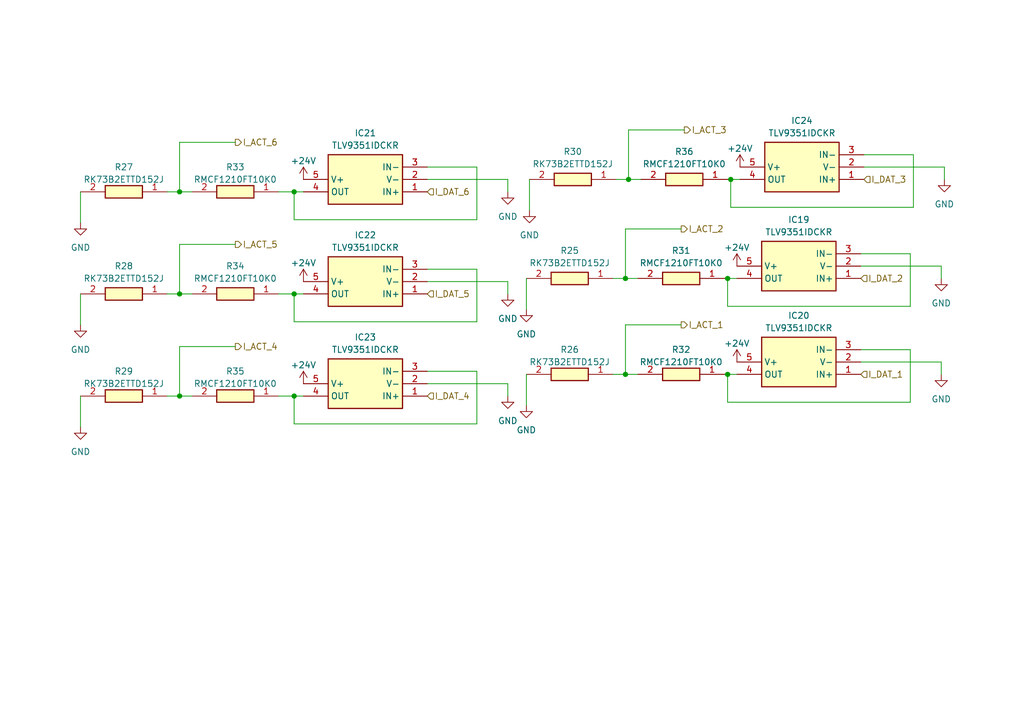
<source format=kicad_sch>
(kicad_sch (version 20230121) (generator eeschema)
  (paper "A5")
  (title_block (date "2023-04-23") (rev "1") (company "UPB - FIIR - Roboți și sisteme de producție") (comment 1 "Alexandru-Ioan Anastasiu"))
  (lib_symbols
    (symbol "RK73B2ETTD152J:RK73B2ETTD152J" (pin_names hide)
      (property "Reference" "R" (at 13.97 6.35 0))
      (property "Value" "RK73B2ETTD152J" (at 13.97 3.81 0))
      (symbol "RK73B2ETTD152J_1_1"
        (rectangle (start 5.08 1.27) (end 12.7 -1.27) (stroke (width 0.254)) (fill (type background)))
        (pin passive line (at 0 0 0) (length 5.08) (name "1") (number "1"))
        (pin passive line (at 17.78 0 180) (length 5.08) (name "2") (number "2"))
      )
    )
    (symbol "RMCF1210FT10K0:RMCF1210FT10K0" (pin_names hide)
      (property "Reference" "R" (at 13.97 6.35 0))
      (property "Value" "RMCF1210FT10K0" (at 13.97 3.81 0))
      (symbol "RMCF1210FT10K0_1_1"
        (rectangle (start 5.08 1.27) (end 12.7 -1.27) (stroke (width 0.254)) (fill (type background)))
        (pin passive line (at 0 0 0) (length 5.08) (name "1") (number "1"))
        (pin passive line (at 17.78 0 180) (length 5.08) (name "2") (number "2"))
      )
    )
    (symbol "TLV9351IDCKR:TLV9351IDCKR"
      (property "Reference" "IC" (at 21.59 7.62 0))
      (property "Value" "TLV9351IDCKR" (at 21.59 5.08 0))
      (symbol "TLV9351IDCKR_1_1"
        (rectangle (start 5.08 2.54) (end 20.32 -7.62) (stroke (width 0.254)) (fill (type background)))
        (pin passive line (at 0 0 0) (length 5.08) (name "IN+") (number "1"))
        (pin passive line (at 0 -2.54 0) (length 5.08) (name "V-") (number "2"))
        (pin passive line (at 0 -5.08 0) (length 5.08) (name "IN-") (number "3"))
        (pin passive line (at 25.4 0 180) (length 5.08) (name "OUT") (number "4"))
        (pin passive line (at 25.4 -2.54 180) (length 5.08) (name "V+") (number "5"))
      )
    )
    (symbol "power:+24V" (power) (pin_names (offset 0))
      (property "Value" "+24V" (at 0 3.556 0))
      (symbol "+24V_0_1"
        (polyline (pts (xy -0.762 1.27) (xy 0 2.54)))
        (polyline (pts (xy 0 0) (xy 0 2.54)))
        (polyline (pts (xy 0 2.54) (xy 0.762 1.27)))
      )
      (symbol "+24V_1_1"
        (pin power_in line (at 0 0 90) (length 0) hide (name "+24V") (number "1"))
      )
    )
    (symbol "power:GND" (power) (pin_names (offset 0))
      (property "Value" "GND" (at 0 -3.81 0))
      (symbol "GND_0_1"
        (polyline (pts (xy 0 0) (xy 0 -1.27) (xy 1.27 -1.27) (xy 0 -2.54) (xy -1.27 -1.27) (xy 0 -1.27)))
      )
      (symbol "GND_1_1"
        (pin power_in line (at 0 0 270) (length 0) hide (name "GND") (number "1"))
      )
    )
  )
  (junction (at 60.325 39.37))
  (junction (at 36.83 39.37))
  (junction (at 128.905 36.83))
  (junction (at 128.27 76.835))
  (junction (at 60.325 60.325))
  (junction (at 149.86 36.83))
  (junction (at 36.83 60.325))
  (junction (at 128.27 57.15))
  (junction (at 149.225 76.835))
  (junction (at 60.325 81.28))
  (junction (at 149.225 57.15))
  (junction (at 36.83 81.28))
  (wire (pts (xy 104.14 36.83) (xy 104.14 39.37)))
  (wire (pts (xy 97.79 45.085) (xy 60.325 45.085)))
  (wire (pts (xy 187.325 42.545) (xy 149.86 42.545)))
  (wire (pts (xy 177.165 31.75) (xy 187.325 31.75)))
  (wire (pts (xy 97.79 76.2) (xy 97.79 86.995)))
  (wire (pts (xy 36.83 81.28) (xy 39.37 81.28)))
  (wire (pts (xy 60.325 81.28) (xy 62.23 81.28)))
  (wire (pts (xy 57.15 81.28) (xy 60.325 81.28)))
  (wire (pts (xy 149.225 57.15) (xy 151.13 57.15)))
  (wire (pts (xy 193.04 54.61) (xy 193.04 57.15)))
  (wire (pts (xy 149.86 36.83) (xy 151.765 36.83)))
  (wire (pts (xy 193.04 74.295) (xy 193.04 76.835)))
  (wire (pts (xy 128.27 76.835) (xy 130.81 76.835)))
  (wire (pts (xy 60.325 45.085) (xy 60.325 39.37)))
  (wire (pts (xy 60.325 86.995) (xy 60.325 81.28)))
  (wire (pts (xy 104.14 57.785) (xy 104.14 60.325)))
  (wire (pts (xy 139.7 66.675) (xy 128.27 66.675)))
  (wire (pts (xy 149.225 76.835) (xy 151.13 76.835)))
  (wire (pts (xy 97.79 34.29) (xy 97.79 45.085)))
  (wire (pts (xy 34.29 39.37) (xy 36.83 39.37)))
  (wire (pts (xy 128.905 36.83) (xy 131.445 36.83)))
  (wire (pts (xy 34.29 60.325) (xy 36.83 60.325)))
  (wire (pts (xy 16.51 39.37) (xy 16.51 45.72)))
  (wire (pts (xy 176.53 52.07) (xy 186.69 52.07)))
  (wire (pts (xy 34.29 81.28) (xy 36.83 81.28)))
  (wire (pts (xy 149.225 36.83) (xy 149.86 36.83)))
  (wire (pts (xy 186.69 71.755) (xy 186.69 82.55)))
  (wire (pts (xy 187.325 31.75) (xy 187.325 42.545)))
  (wire (pts (xy 186.69 82.55) (xy 149.225 82.55)))
  (wire (pts (xy 36.83 60.325) (xy 39.37 60.325)))
  (wire (pts (xy 87.63 36.83) (xy 104.14 36.83)))
  (wire (pts (xy 125.73 76.835) (xy 128.27 76.835)))
  (wire (pts (xy 87.63 57.785) (xy 104.14 57.785)))
  (wire (pts (xy 36.83 39.37) (xy 39.37 39.37)))
  (wire (pts (xy 48.26 50.165) (xy 36.83 50.165)))
  (wire (pts (xy 16.51 60.325) (xy 16.51 66.675)))
  (wire (pts (xy 87.63 76.2) (xy 97.79 76.2)))
  (wire (pts (xy 16.51 81.28) (xy 16.51 87.63)))
  (wire (pts (xy 108.585 36.83) (xy 108.585 43.18)))
  (wire (pts (xy 128.27 57.15) (xy 130.81 57.15)))
  (wire (pts (xy 128.27 46.99) (xy 128.27 57.15)))
  (wire (pts (xy 139.7 46.99) (xy 128.27 46.99)))
  (wire (pts (xy 177.165 34.29) (xy 193.675 34.29)))
  (wire (pts (xy 148.59 76.835) (xy 149.225 76.835)))
  (wire (pts (xy 48.26 71.12) (xy 36.83 71.12)))
  (wire (pts (xy 149.225 62.865) (xy 149.225 57.15)))
  (wire (pts (xy 60.325 39.37) (xy 62.23 39.37)))
  (wire (pts (xy 193.675 34.29) (xy 193.675 36.83)))
  (wire (pts (xy 148.59 57.15) (xy 149.225 57.15)))
  (wire (pts (xy 186.69 62.865) (xy 149.225 62.865)))
  (wire (pts (xy 104.14 78.74) (xy 104.14 81.28)))
  (wire (pts (xy 149.225 82.55) (xy 149.225 76.835)))
  (wire (pts (xy 107.95 76.835) (xy 107.95 83.185)))
  (wire (pts (xy 57.15 60.325) (xy 60.325 60.325)))
  (wire (pts (xy 87.63 55.245) (xy 97.79 55.245)))
  (wire (pts (xy 48.26 29.21) (xy 36.83 29.21)))
  (wire (pts (xy 36.83 71.12) (xy 36.83 81.28)))
  (wire (pts (xy 176.53 54.61) (xy 193.04 54.61)))
  (wire (pts (xy 36.83 29.21) (xy 36.83 39.37)))
  (wire (pts (xy 97.79 66.04) (xy 60.325 66.04)))
  (wire (pts (xy 176.53 71.755) (xy 186.69 71.755)))
  (wire (pts (xy 97.79 86.995) (xy 60.325 86.995)))
  (wire (pts (xy 128.27 66.675) (xy 128.27 76.835)))
  (wire (pts (xy 60.325 66.04) (xy 60.325 60.325)))
  (wire (pts (xy 60.325 60.325) (xy 62.23 60.325)))
  (wire (pts (xy 186.69 52.07) (xy 186.69 62.865)))
  (wire (pts (xy 87.63 78.74) (xy 104.14 78.74)))
  (wire (pts (xy 149.86 42.545) (xy 149.86 36.83)))
  (wire (pts (xy 97.79 55.245) (xy 97.79 66.04)))
  (wire (pts (xy 87.63 34.29) (xy 97.79 34.29)))
  (wire (pts (xy 107.95 57.15) (xy 107.95 63.5)))
  (wire (pts (xy 128.905 26.67) (xy 128.905 36.83)))
  (wire (pts (xy 36.83 50.165) (xy 36.83 60.325)))
  (wire (pts (xy 57.15 39.37) (xy 60.325 39.37)))
  (wire (pts (xy 176.53 74.295) (xy 193.04 74.295)))
  (wire (pts (xy 140.335 26.67) (xy 128.905 26.67)))
  (wire (pts (xy 125.73 57.15) (xy 128.27 57.15)))
  (wire (pts (xy 126.365 36.83) (xy 128.905 36.83)))
  (hierarchical_label "I_ACT_5" (shape output) (at 48.26 50.165 0))
  (hierarchical_label "I_ACT_3" (shape output) (at 140.335 26.67 0))
  (hierarchical_label "I_ACT_6" (shape output) (at 48.26 29.21 0))
  (hierarchical_label "I_DAT_1" (shape input) (at 176.53 76.835 0))
  (hierarchical_label "I_DAT_4" (shape input) (at 87.63 81.28 0))
  (hierarchical_label "I_ACT_2" (shape output) (at 139.7 46.99 0))
  (hierarchical_label "I_ACT_4" (shape output) (at 48.26 71.12 0))
  (hierarchical_label "I_DAT_6" (shape input) (at 87.63 39.37 0))
  (hierarchical_label "I_DAT_2" (shape input) (at 176.53 57.15 0))
  (hierarchical_label "I_DAT_3" (shape input) (at 177.165 36.83 0))
  (hierarchical_label "I_ACT_1" (shape output) (at 139.7 66.675 0))
  (hierarchical_label "I_DAT_5" (shape input) (at 87.63 60.325 0))
  (symbol (lib_id "power:GND") (at 16.51 66.675 0) (unit 1)
    (property "Reference" "#PWR046" (effects hide))
    (property "Value" "GND" (at 16.51 71.755 0))
    (instances (project "PLC-CIM" (path "" (reference "#PWR046") (unit 1)) (path "" (reference "#PWR016") (unit 1))))
  )
  (symbol (lib_id "RK73B2ETTD152J:RK73B2ETTD152J") (at 125.73 57.15 180) (unit 1)
    (property "Reference" "R25" (at 116.84 51.435 0))
    (property "Value" "RK73B2ETTD152J" (at 116.84 53.975 0))
    (property "Footprint" "RK73B2ETTD152J:RESC3226X70N" (effects hide))
    (property "Datasheet" "https://componentsearchengine.com/Datasheets/1/RK73B2ETTD152J.pdf" (effects hide))
    (property "Height" "0.7" (effects hide))
    (property "Mouser Part Number" "660-RK73B2ETTD152J" (effects hide))
    (property "Mouser Price/Stock" "https://www.mouser.co.uk/ProductDetail/KOA-Speer/RK73B2ETTD152J?qs=MrMLjMhg4WKZ%252BZ1tISyCKg%3D%3D" (effects hide))
    (property "Manufacturer_Name" "KOA Speer" (effects hide))
    (property "Manufacturer_Part_Number" "RK73B2ETTD152J" (effects hide))
    (instances (project "PLC-CIM" (path "" (reference "R25") (unit 1)) (path "" (reference "R7") (unit 1))))
  )
  (symbol (lib_id "RMCF1210FT10K0:RMCF1210FT10K0") (at 57.15 39.37 180) (unit 1)
    (property "Reference" "R33" (at 48.26 34.29 0))
    (property "Value" "RMCF1210FT10K0" (at 48.26 36.83 0))
    (property "Footprint" "RMCF1210FT10K0:RESC3225X70N" (effects hide))
    (property "Datasheet" "https://cs.seielect.com/catalog/SEI-RMCF_RMCP.pdf" (effects hide))
    (property "Height" "0.7" (effects hide))
    (property "Mouser Part Number" "708-RMCF1210FT10K0" (effects hide))
    (property "Mouser Price/Stock" "https://www.mouser.com/ProductDetail/SEI-Stackpole/RMCF1210FT10K0?qs=FESYatJ8odLSM832du/SXw==" (effects hide))
    (property "Manufacturer_Name" "Stackpole Electronics, Inc." (effects hide))
    (property "Manufacturer_Part_Number" "RMCF1210FT10K0" (effects hide))
    (instances (project "PLC-CIM" (path "" (reference "R33") (unit 1)) (path "" (reference "R15") (unit 1))))
  )
  (symbol (lib_id "TLV9351IDCKR:TLV9351IDCKR") (at 87.63 39.37 180) (unit 1)
    (property "Reference" "IC21" (at 74.93 27.305 0))
    (property "Value" "TLV9351IDCKR" (at 74.93 29.845 0))
    (property "Footprint" "TLV9351IDCKR:SOT65P210X110-5N" (effects hide))
    (property "Datasheet" "https://www.ti.com/lit/gpn/TLV9351" (effects hide))
    (property "Height" "1.1" (effects hide))
    (property "Mouser Part Number" "595-TLV9351IDCKR" (effects hide))
    (property "Mouser Price/Stock" "https://www.mouser.co.uk/ProductDetail/Texas-Instruments/TLV9351IDCKR?qs=DRkmTr78QAQETvxeOeABCA%3D%3D" (effects hide))
    (property "Manufacturer_Name" "Texas Instruments" (effects hide))
    (property "Manufacturer_Part_Number" "TLV9351IDCKR" (effects hide))
    (instances (project "PLC-CIM" (path "" (reference "IC21") (unit 1)) (path "" (reference "IC9") (unit 1))))
  )
  (symbol (lib_id "TLV9351IDCKR:TLV9351IDCKR") (at 177.165 36.83 180) (unit 1)
    (property "Reference" "IC24" (at 164.465 24.765 0))
    (property "Value" "TLV9351IDCKR" (at 164.465 27.305 0))
    (property "Footprint" "TLV9351IDCKR:SOT65P210X110-5N" (effects hide))
    (property "Datasheet" "https://www.ti.com/lit/gpn/TLV9351" (effects hide))
    (property "Height" "1.1" (effects hide))
    (property "Mouser Part Number" "595-TLV9351IDCKR" (effects hide))
    (property "Mouser Price/Stock" "https://www.mouser.co.uk/ProductDetail/Texas-Instruments/TLV9351IDCKR?qs=DRkmTr78QAQETvxeOeABCA%3D%3D" (effects hide))
    (property "Manufacturer_Name" "Texas Instruments" (effects hide))
    (property "Manufacturer_Part_Number" "TLV9351IDCKR" (effects hide))
    (instances (project "PLC-CIM" (path "" (reference "IC24") (unit 1)) (path "" (reference "IC12") (unit 1))))
  )
  (symbol (lib_id "power:+24V") (at 151.13 74.295 0) (unit 1)
    (property "Reference" "#PWR050" (effects hide))
    (property "Value" "+24V" (at 151.13 70.485 0))
    (instances (project "PLC-CIM" (path "" (reference "#PWR050") (unit 1)) (path "" (reference "#PWR020") (unit 1))))
  )
  (symbol (lib_id "RMCF1210FT10K0:RMCF1210FT10K0") (at 57.15 60.325 180) (unit 1)
    (property "Reference" "R34" (at 48.26 54.61 0))
    (property "Value" "RMCF1210FT10K0" (at 48.26 57.15 0))
    (property "Footprint" "RMCF1210FT10K0:RESC3225X70N" (effects hide))
    (property "Datasheet" "https://cs.seielect.com/catalog/SEI-RMCF_RMCP.pdf" (effects hide))
    (property "Height" "0.7" (effects hide))
    (property "Mouser Part Number" "708-RMCF1210FT10K0" (effects hide))
    (property "Mouser Price/Stock" "https://www.mouser.com/ProductDetail/SEI-Stackpole/RMCF1210FT10K0?qs=FESYatJ8odLSM832du/SXw==" (effects hide))
    (property "Manufacturer_Name" "Stackpole Electronics, Inc." (effects hide))
    (property "Manufacturer_Part_Number" "RMCF1210FT10K0" (effects hide))
    (instances (project "PLC-CIM" (path "" (reference "R34") (unit 1)) (path "" (reference "R16") (unit 1))))
  )
  (symbol (lib_id "RMCF1210FT10K0:RMCF1210FT10K0") (at 148.59 57.15 180) (unit 1)
    (property "Reference" "R31" (at 139.7 51.435 0))
    (property "Value" "RMCF1210FT10K0" (at 139.7 53.975 0))
    (property "Footprint" "RMCF1210FT10K0:RESC3225X70N" (effects hide))
    (property "Datasheet" "https://cs.seielect.com/catalog/SEI-RMCF_RMCP.pdf" (effects hide))
    (property "Height" "0.7" (effects hide))
    (property "Mouser Part Number" "708-RMCF1210FT10K0" (effects hide))
    (property "Mouser Price/Stock" "https://www.mouser.com/ProductDetail/SEI-Stackpole/RMCF1210FT10K0?qs=FESYatJ8odLSM832du/SXw==" (effects hide))
    (property "Manufacturer_Name" "Stackpole Electronics, Inc." (effects hide))
    (property "Manufacturer_Part_Number" "RMCF1210FT10K0" (effects hide))
    (instances (project "PLC-CIM" (path "" (reference "R31") (unit 1)) (path "" (reference "R13") (unit 1))))
  )
  (symbol (lib_id "power:+24V") (at 151.765 34.29 0) (unit 1)
    (property "Reference" "#PWR054" (effects hide))
    (property "Value" "+24V" (at 151.765 30.48 0))
    (instances (project "PLC-CIM" (path "" (reference "#PWR054") (unit 1)) (path "" (reference "#PWR024") (unit 1))))
  )
  (symbol (lib_id "TLV9351IDCKR:TLV9351IDCKR") (at 87.63 60.325 180) (unit 1)
    (property "Reference" "IC22" (at 74.93 48.26 0))
    (property "Value" "TLV9351IDCKR" (at 74.93 50.8 0))
    (property "Footprint" "TLV9351IDCKR:SOT65P210X110-5N" (effects hide))
    (property "Datasheet" "https://www.ti.com/lit/gpn/TLV9351" (effects hide))
    (property "Height" "1.1" (effects hide))
    (property "Mouser Part Number" "595-TLV9351IDCKR" (effects hide))
    (property "Mouser Price/Stock" "https://www.mouser.co.uk/ProductDetail/Texas-Instruments/TLV9351IDCKR?qs=DRkmTr78QAQETvxeOeABCA%3D%3D" (effects hide))
    (property "Manufacturer_Name" "Texas Instruments" (effects hide))
    (property "Manufacturer_Part_Number" "TLV9351IDCKR" (effects hide))
    (instances (project "PLC-CIM" (path "" (reference "IC22") (unit 1)) (path "" (reference "IC10") (unit 1))))
  )
  (symbol (lib_id "power:GND") (at 193.675 36.83 0) (unit 1)
    (property "Reference" "#PWR060" (effects hide))
    (property "Value" "GND" (at 193.675 41.91 0))
    (instances (project "PLC-CIM" (path "" (reference "#PWR060") (unit 1)) (path "" (reference "#PWR030") (unit 1))))
  )
  (symbol (lib_id "power:GND") (at 193.04 76.835 0) (unit 1)
    (property "Reference" "#PWR056" (effects hide))
    (property "Value" "GND" (at 193.04 81.915 0))
    (instances (project "PLC-CIM" (path "" (reference "#PWR056") (unit 1)) (path "" (reference "#PWR026") (unit 1))))
  )
  (symbol (lib_id "power:GND") (at 108.585 43.18 0) (unit 1)
    (property "Reference" "#PWR048" (effects hide))
    (property "Value" "GND" (at 108.585 48.26 0))
    (instances (project "PLC-CIM" (path "" (reference "#PWR048") (unit 1)) (path "" (reference "#PWR018") (unit 1))))
  )
  (symbol (lib_id "RMCF1210FT10K0:RMCF1210FT10K0") (at 148.59 76.835 180) (unit 1)
    (property "Reference" "R32" (at 139.7 71.755 0))
    (property "Value" "RMCF1210FT10K0" (at 139.7 74.295 0))
    (property "Footprint" "RMCF1210FT10K0:RESC3225X70N" (effects hide))
    (property "Datasheet" "https://cs.seielect.com/catalog/SEI-RMCF_RMCP.pdf" (effects hide))
    (property "Height" "0.7" (effects hide))
    (property "Mouser Part Number" "708-RMCF1210FT10K0" (effects hide))
    (property "Mouser Price/Stock" "https://www.mouser.com/ProductDetail/SEI-Stackpole/RMCF1210FT10K0?qs=FESYatJ8odLSM832du/SXw==" (effects hide))
    (property "Manufacturer_Name" "Stackpole Electronics, Inc." (effects hide))
    (property "Manufacturer_Part_Number" "RMCF1210FT10K0" (effects hide))
    (instances (project "PLC-CIM" (path "" (reference "R32") (unit 1)) (path "" (reference "R14") (unit 1))))
  )
  (symbol (lib_id "TLV9351IDCKR:TLV9351IDCKR") (at 176.53 57.15 180) (unit 1)
    (property "Reference" "IC19" (at 163.83 45.085 0))
    (property "Value" "TLV9351IDCKR" (at 163.83 47.625 0))
    (property "Footprint" "TLV9351IDCKR:SOT65P210X110-5N" (effects hide))
    (property "Datasheet" "https://www.ti.com/lit/gpn/TLV9351" (effects hide))
    (property "Height" "1.1" (effects hide))
    (property "Mouser Part Number" "595-TLV9351IDCKR" (effects hide))
    (property "Mouser Price/Stock" "https://www.mouser.co.uk/ProductDetail/Texas-Instruments/TLV9351IDCKR?qs=DRkmTr78QAQETvxeOeABCA%3D%3D" (effects hide))
    (property "Manufacturer_Name" "Texas Instruments" (effects hide))
    (property "Manufacturer_Part_Number" "TLV9351IDCKR" (effects hide))
    (instances (project "PLC-CIM" (path "" (reference "IC19") (unit 1)) (path "" (reference "IC7") (unit 1))))
  )
  (symbol (lib_id "power:GND") (at 107.95 63.5 0) (unit 1)
    (property "Reference" "#PWR043" (effects hide))
    (property "Value" "GND" (at 107.95 68.58 0))
    (instances (project "PLC-CIM" (path "" (reference "#PWR043") (unit 1)) (path "" (reference "#PWR013") (unit 1))))
  )
  (symbol (lib_id "RMCF1210FT10K0:RMCF1210FT10K0") (at 57.15 81.28 180) (unit 1)
    (property "Reference" "R35" (at 48.26 76.2 0))
    (property "Value" "RMCF1210FT10K0" (at 48.26 78.74 0))
    (property "Footprint" "RMCF1210FT10K0:RESC3225X70N" (effects hide))
    (property "Datasheet" "https://cs.seielect.com/catalog/SEI-RMCF_RMCP.pdf" (effects hide))
    (property "Height" "0.7" (effects hide))
    (property "Mouser Part Number" "708-RMCF1210FT10K0" (effects hide))
    (property "Mouser Price/Stock" "https://www.mouser.com/ProductDetail/SEI-Stackpole/RMCF1210FT10K0?qs=FESYatJ8odLSM832du/SXw==" (effects hide))
    (property "Manufacturer_Name" "Stackpole Electronics, Inc." (effects hide))
    (property "Manufacturer_Part_Number" "RMCF1210FT10K0" (effects hide))
    (instances (project "PLC-CIM" (path "" (reference "R35") (unit 1)) (path "" (reference "R17") (unit 1))))
  )
  (symbol (lib_id "power:GND") (at 16.51 45.72 0) (unit 1)
    (property "Reference" "#PWR045" (effects hide))
    (property "Value" "GND" (at 16.51 50.8 0))
    (instances (project "PLC-CIM" (path "" (reference "#PWR045") (unit 1)) (path "" (reference "#PWR015") (unit 1))))
  )
  (symbol (lib_id "RMCF1210FT10K0:RMCF1210FT10K0") (at 149.225 36.83 180) (unit 1)
    (property "Reference" "R36" (at 140.335 31.115 0))
    (property "Value" "RMCF1210FT10K0" (at 140.335 33.655 0))
    (property "Footprint" "RMCF1210FT10K0:RESC3225X70N" (effects hide))
    (property "Datasheet" "https://cs.seielect.com/catalog/SEI-RMCF_RMCP.pdf" (effects hide))
    (property "Height" "0.7" (effects hide))
    (property "Mouser Part Number" "708-RMCF1210FT10K0" (effects hide))
    (property "Mouser Price/Stock" "https://www.mouser.com/ProductDetail/SEI-Stackpole/RMCF1210FT10K0?qs=FESYatJ8odLSM832du/SXw==" (effects hide))
    (property "Manufacturer_Name" "Stackpole Electronics, Inc." (effects hide))
    (property "Manufacturer_Part_Number" "RMCF1210FT10K0" (effects hide))
    (instances (project "PLC-CIM" (path "" (reference "R36") (unit 1)) (path "" (reference "R18") (unit 1))))
  )
  (symbol (lib_id "power:GND") (at 104.14 39.37 0) (unit 1)
    (property "Reference" "#PWR057" (effects hide))
    (property "Value" "GND" (at 104.14 44.45 0))
    (instances (project "PLC-CIM" (path "" (reference "#PWR057") (unit 1)) (path "" (reference "#PWR027") (unit 1))))
  )
  (symbol (lib_id "RK73B2ETTD152J:RK73B2ETTD152J") (at 34.29 81.28 180) (unit 1)
    (property "Reference" "R29" (at 25.4 76.2 0))
    (property "Value" "RK73B2ETTD152J" (at 25.4 78.74 0))
    (property "Footprint" "RK73B2ETTD152J:RESC3226X70N" (effects hide))
    (property "Datasheet" "https://componentsearchengine.com/Datasheets/1/RK73B2ETTD152J.pdf" (effects hide))
    (property "Height" "0.7" (effects hide))
    (property "Mouser Part Number" "660-RK73B2ETTD152J" (effects hide))
    (property "Mouser Price/Stock" "https://www.mouser.co.uk/ProductDetail/KOA-Speer/RK73B2ETTD152J?qs=MrMLjMhg4WKZ%252BZ1tISyCKg%3D%3D" (effects hide))
    (property "Manufacturer_Name" "KOA Speer" (effects hide))
    (property "Manufacturer_Part_Number" "RK73B2ETTD152J" (effects hide))
    (instances (project "PLC-CIM" (path "" (reference "R29") (unit 1)) (path "" (reference "R11") (unit 1))))
  )
  (symbol (lib_id "power:GND") (at 104.14 81.28 0) (unit 1)
    (property "Reference" "#PWR059" (effects hide))
    (property "Value" "GND" (at 104.14 86.36 0))
    (instances (project "PLC-CIM" (path "" (reference "#PWR059") (unit 1)) (path "" (reference "#PWR029") (unit 1))))
  )
  (symbol (lib_id "TLV9351IDCKR:TLV9351IDCKR") (at 176.53 76.835 180) (unit 1)
    (property "Reference" "IC20" (at 163.83 64.77 0))
    (property "Value" "TLV9351IDCKR" (at 163.83 67.31 0))
    (property "Footprint" "TLV9351IDCKR:SOT65P210X110-5N" (effects hide))
    (property "Datasheet" "https://www.ti.com/lit/gpn/TLV9351" (effects hide))
    (property "Height" "1.1" (effects hide))
    (property "Mouser Part Number" "595-TLV9351IDCKR" (effects hide))
    (property "Mouser Price/Stock" "https://www.mouser.co.uk/ProductDetail/Texas-Instruments/TLV9351IDCKR?qs=DRkmTr78QAQETvxeOeABCA%3D%3D" (effects hide))
    (property "Manufacturer_Name" "Texas Instruments" (effects hide))
    (property "Manufacturer_Part_Number" "TLV9351IDCKR" (effects hide))
    (instances (project "PLC-CIM" (path "" (reference "IC20") (unit 1)) (path "" (reference "IC8") (unit 1))))
  )
  (symbol (lib_id "power:GND") (at 107.95 83.185 0) (unit 1)
    (property "Reference" "#PWR044" (effects hide))
    (property "Value" "GND" (at 107.95 88.265 0))
    (instances (project "PLC-CIM" (path "" (reference "#PWR044") (unit 1)) (path "" (reference "#PWR014") (unit 1))))
  )
  (symbol (lib_id "power:+24V") (at 62.23 36.83 0) (unit 1)
    (property "Reference" "#PWR051" (effects hide))
    (property "Value" "+24V" (at 62.23 33.02 0))
    (instances (project "PLC-CIM" (path "" (reference "#PWR051") (unit 1)) (path "" (reference "#PWR021") (unit 1))))
  )
  (symbol (lib_id "power:+24V") (at 62.23 57.785 0) (unit 1)
    (property "Reference" "#PWR052" (effects hide))
    (property "Value" "+24V" (at 62.23 53.975 0))
    (instances (project "PLC-CIM" (path "" (reference "#PWR052") (unit 1)) (path "" (reference "#PWR022") (unit 1))))
  )
  (symbol (lib_id "RK73B2ETTD152J:RK73B2ETTD152J") (at 34.29 39.37 180) (unit 1)
    (property "Reference" "R27" (at 25.4 34.29 0))
    (property "Value" "RK73B2ETTD152J" (at 25.4 36.83 0))
    (property "Footprint" "RK73B2ETTD152J:RESC3226X70N" (effects hide))
    (property "Datasheet" "https://componentsearchengine.com/Datasheets/1/RK73B2ETTD152J.pdf" (effects hide))
    (property "Height" "0.7" (effects hide))
    (property "Mouser Part Number" "660-RK73B2ETTD152J" (effects hide))
    (property "Mouser Price/Stock" "https://www.mouser.co.uk/ProductDetail/KOA-Speer/RK73B2ETTD152J?qs=MrMLjMhg4WKZ%252BZ1tISyCKg%3D%3D" (effects hide))
    (property "Manufacturer_Name" "KOA Speer" (effects hide))
    (property "Manufacturer_Part_Number" "RK73B2ETTD152J" (effects hide))
    (instances (project "PLC-CIM" (path "" (reference "R27") (unit 1)) (path "" (reference "R9") (unit 1))))
  )
  (symbol (lib_id "power:GND") (at 16.51 87.63 0) (unit 1)
    (property "Reference" "#PWR047" (effects hide))
    (property "Value" "GND" (at 16.51 92.71 0))
    (instances (project "PLC-CIM" (path "" (reference "#PWR047") (unit 1)) (path "" (reference "#PWR017") (unit 1))))
  )
  (symbol (lib_id "power:GND") (at 193.04 57.15 0) (unit 1)
    (property "Reference" "#PWR055" (effects hide))
    (property "Value" "GND" (at 193.04 62.23 0))
    (instances (project "PLC-CIM" (path "" (reference "#PWR055") (unit 1)) (path "" (reference "#PWR025") (unit 1))))
  )
  (symbol (lib_id "power:GND") (at 104.14 60.325 0) (unit 1)
    (property "Reference" "#PWR058" (effects hide))
    (property "Value" "GND" (at 104.14 65.405 0))
    (instances (project "PLC-CIM" (path "" (reference "#PWR058") (unit 1)) (path "" (reference "#PWR028") (unit 1))))
  )
  (symbol (lib_id "RK73B2ETTD152J:RK73B2ETTD152J") (at 125.73 76.835 180) (unit 1)
    (property "Reference" "R26" (at 116.84 71.755 0))
    (property "Value" "RK73B2ETTD152J" (at 116.84 74.295 0))
    (property "Footprint" "RK73B2ETTD152J:RESC3226X70N" (effects hide))
    (property "Datasheet" "https://componentsearchengine.com/Datasheets/1/RK73B2ETTD152J.pdf" (effects hide))
    (property "Height" "0.7" (effects hide))
    (property "Mouser Part Number" "660-RK73B2ETTD152J" (effects hide))
    (property "Mouser Price/Stock" "https://www.mouser.co.uk/ProductDetail/KOA-Speer/RK73B2ETTD152J?qs=MrMLjMhg4WKZ%252BZ1tISyCKg%3D%3D" (effects hide))
    (property "Manufacturer_Name" "KOA Speer" (effects hide))
    (property "Manufacturer_Part_Number" "RK73B2ETTD152J" (effects hide))
    (instances (project "PLC-CIM" (path "" (reference "R26") (unit 1)) (path "" (reference "R8") (unit 1))))
  )
  (symbol (lib_id "power:+24V") (at 62.23 78.74 0) (unit 1)
    (property "Reference" "#PWR053" (effects hide))
    (property "Value" "+24V" (at 62.23 74.93 0))
    (instances (project "PLC-CIM" (path "" (reference "#PWR053") (unit 1)) (path "" (reference "#PWR023") (unit 1))))
  )
  (symbol (lib_id "RK73B2ETTD152J:RK73B2ETTD152J") (at 34.29 60.325 180) (unit 1)
    (property "Reference" "R28" (at 25.4 54.61 0))
    (property "Value" "RK73B2ETTD152J" (at 25.4 57.15 0))
    (property "Footprint" "RK73B2ETTD152J:RESC3226X70N" (effects hide))
    (property "Datasheet" "https://componentsearchengine.com/Datasheets/1/RK73B2ETTD152J.pdf" (effects hide))
    (property "Height" "0.7" (effects hide))
    (property "Mouser Part Number" "660-RK73B2ETTD152J" (effects hide))
    (property "Mouser Price/Stock" "https://www.mouser.co.uk/ProductDetail/KOA-Speer/RK73B2ETTD152J?qs=MrMLjMhg4WKZ%252BZ1tISyCKg%3D%3D" (effects hide))
    (property "Manufacturer_Name" "KOA Speer" (effects hide))
    (property "Manufacturer_Part_Number" "RK73B2ETTD152J" (effects hide))
    (instances (project "PLC-CIM" (path "" (reference "R28") (unit 1)) (path "" (reference "R10") (unit 1))))
  )
  (symbol (lib_id "power:+24V") (at 151.13 54.61 0) (unit 1)
    (property "Reference" "#PWR049" (effects hide))
    (property "Value" "+24V" (at 151.13 50.8 0))
    (instances (project "PLC-CIM" (path "" (reference "#PWR049") (unit 1)) (path "" (reference "#PWR019") (unit 1))))
  )
  (symbol (lib_id "TLV9351IDCKR:TLV9351IDCKR") (at 87.63 81.28 180) (unit 1)
    (property "Reference" "IC23" (at 74.93 69.215 0))
    (property "Value" "TLV9351IDCKR" (at 74.93 71.755 0))
    (property "Footprint" "TLV9351IDCKR:SOT65P210X110-5N" (effects hide))
    (property "Datasheet" "https://www.ti.com/lit/gpn/TLV9351" (effects hide))
    (property "Height" "1.1" (effects hide))
    (property "Mouser Part Number" "595-TLV9351IDCKR" (effects hide))
    (property "Mouser Price/Stock" "https://www.mouser.co.uk/ProductDetail/Texas-Instruments/TLV9351IDCKR?qs=DRkmTr78QAQETvxeOeABCA%3D%3D" (effects hide))
    (property "Manufacturer_Name" "Texas Instruments" (effects hide))
    (property "Manufacturer_Part_Number" "TLV9351IDCKR" (effects hide))
    (instances (project "PLC-CIM" (path "" (reference "IC23") (unit 1)) (path "" (reference "IC11") (unit 1))))
  )
  (symbol (lib_id "RK73B2ETTD152J:RK73B2ETTD152J") (at 126.365 36.83 180) (unit 1)
    (property "Reference" "R30" (at 117.475 31.115 0))
    (property "Value" "RK73B2ETTD152J" (at 117.475 33.655 0))
    (property "Footprint" "RK73B2ETTD152J:RESC3226X70N" (effects hide))
    (property "Datasheet" "https://componentsearchengine.com/Datasheets/1/RK73B2ETTD152J.pdf" (effects hide))
    (property "Height" "0.7" (effects hide))
    (property "Mouser Part Number" "660-RK73B2ETTD152J" (effects hide))
    (property "Mouser Price/Stock" "https://www.mouser.co.uk/ProductDetail/KOA-Speer/RK73B2ETTD152J?qs=MrMLjMhg4WKZ%252BZ1tISyCKg%3D%3D" (effects hide))
    (property "Manufacturer_Name" "KOA Speer" (effects hide))
    (property "Manufacturer_Part_Number" "RK73B2ETTD152J" (effects hide))
    (instances (project "PLC-CIM" (path "" (reference "R30") (unit 1)) (path "" (reference "R12") (unit 1))))
  )
)
</source>
